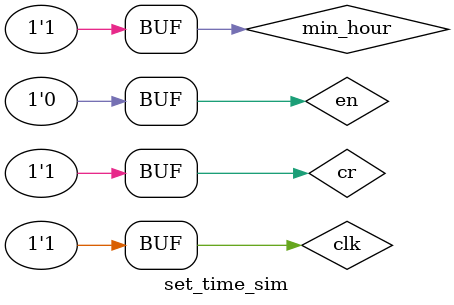
<source format=v>
`timescale 1ns / 1ps


module set_time_sim;
    //Inputs
    reg clk;
    reg en;
    reg min_hour;
    reg cr;
    
    //Outputs
    wire [3:0] bcd_mu;
    wire [3:0] bcd_mt;
    wire [3:0] bcd_hu;
    wire [3:0] bcd_ht;
    
    // Instantiate the Unit Under Test (UUT)
    set_time uut(
        .clk(clk),
        .en(en),
        .min_hour(min_hour),
        .bcd_mu(bcd_mu),
        .bcd_mt(bcd_mt),
        .bcd_hu(bcd_hu),
        .bcd_ht(bcd_ht),
        .cr(cr)
        );
    parameter PERIOD =10;
	always begin
	clk=1'b0;
	#(PERIOD/2)clk=1'b1;
	#(PERIOD/2);
	end
	initial begin
		// Initialize Inputs
		clk = 0;
		en = 0;
		cr = 0;
		min_hour = 0;

		// Wait 100 ns for global reset to finish
		#10;
		en=0;
		cr=1;
		min_hour=0;
		#1000000;// 
		en=1;
		min_hour=0;
		#100;// 
		min_hour=1;
		#100;//
		en=0;//    
		// Add stimulus here
	end
        

endmodule

</source>
